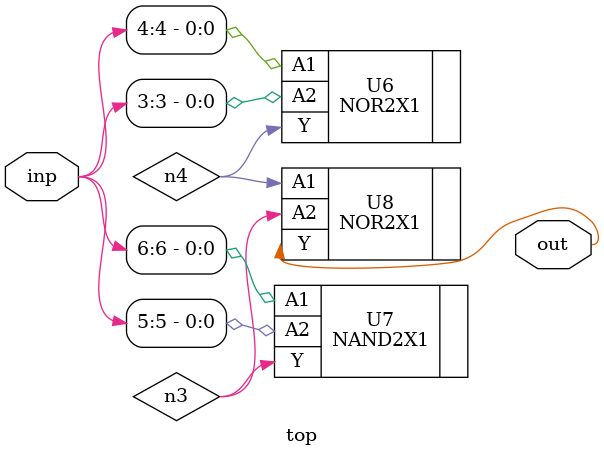
<source format=sv>


module top ( inp, out );
  input [6:0] inp;
  output out;
  wire   n3, n4;

  NOR2X1 U6 ( .A1(inp[4]), .A2(inp[3]), .Y(n4) );
  NAND2X1 U7 ( .A1(inp[6]), .A2(inp[5]), .Y(n3) );
  NOR2X1 U8 ( .A1(n4), .A2(n3), .Y(out) );
endmodule


</source>
